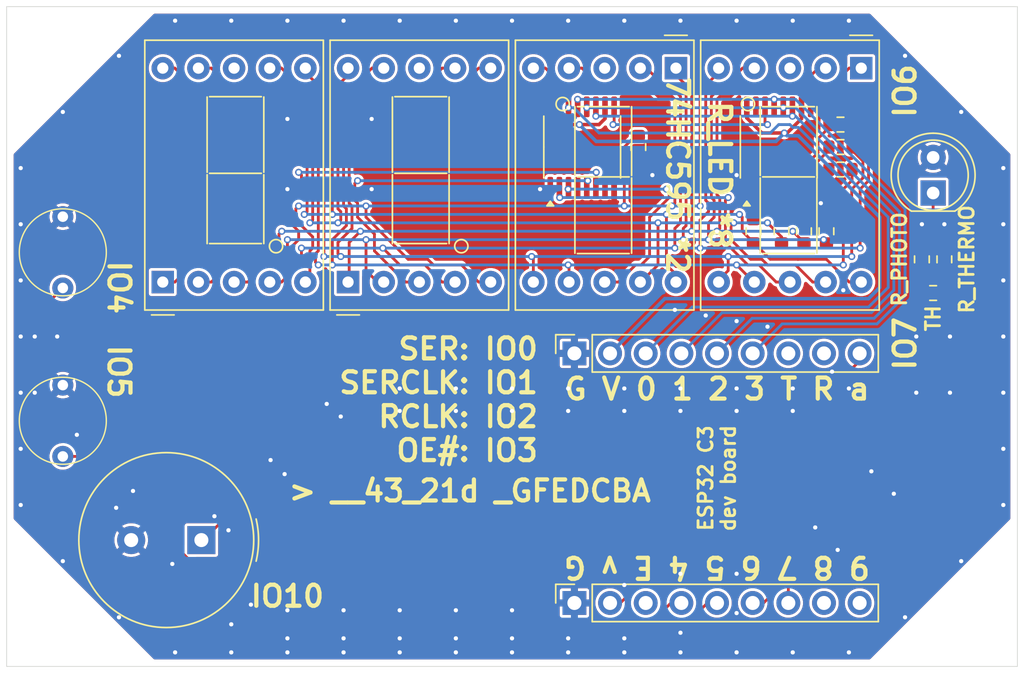
<source format=kicad_pcb>
(kicad_pcb (version 20241229) (generator "pcbnew") (generator_version "9.0")
  (layers (0 "F.Cu" signal) (2 "B.Cu" signal) (13 "F.Paste" user) (15 "B.Paste" user) (5 "F.SilkS" user "F.Silkscreen") (7 "B.SilkS" user "B.Silkscreen") (1 "F.Mask" user) (3 "B.Mask" user) (25 "Edge.Cuts" user))
  (net 0 "")
  (net 1 "IO10")
  (net 2 "GND")
  (net 3 "TXD")
  (net 4 "IO0")
  (net 5 "IO1")
  (net 6 "RXD")
  (net 7 "IO2")
  (net 8 "VBUS")
  (net 9 "IO3")
  (net 10 "+3.3V")
  (net 11 "BTN2")
  (net 12 "IO6")
  (net 13 "BTN1")
  (net 14 "IO7")
  (net 15 "SEG1")
  (net 16 "/_SEG1")
  (net 17 "SEG2")
  (net 18 "/_SEG2")
  (net 19 "SEG3")
  (net 20 "/_SEG3")
  (net 21 "/_SEG4")
  (net 22 "SEG4")
  (net 23 "SEG5")
  (net 24 "/_SEG5")
  (net 25 "/_SEG6")
  (net 26 "SEG6")
  (net 27 "/_SEG7")
  (net 28 "SEG7")
  (net 29 "SEG8")
  (net 30 "/_SEG8")
  (net 31 "SEGC1")
  (net 34 "chain")
  (net 37 "SEGC4")
  (net 39 "SEGC3")
  (net 40 "SEGC2")
  (footprint "Resistor_SMD:R_0603_1608Metric" (layer "F.Cu") (at 130 108.4)
    (property "Reference" "TH1" (hide yes))
    (property "Value" "Thermistor" (hide yes))
  )
  (footprint "Buzzer_Beeper:Buzzer_TDK_PS1240P02BT_D12.2mm_H6.5mm" (layer "F.Cu") (at 77.870785 126 180)
    (property "Reference" "BZ1" (hide yes))
    (property "Value" "Buzzer" (hide yes))
  )
  (footprint "Resistor_SMD:R_0603_1608Metric" (layer "F.Cu") (at 120.8 104 -90)
    (property "Reference" "R5" (hide yes))
    (property "Value" "1k" (hide yes))
  )
  (footprint "MountingHole:MountingHole_3.2mm_M3" (layer "F.Cu") (at 67 91)
    (property "Reference" "H1" (hide yes))
    (property "Value" "MountingHole" (hide yes))
  )
  (footprint "Display_7Segment:D1X8K" (layer "F.Cu") (at 111.68 92.38 -90)
    (property "Reference" "U5" (hide yes))
    (property "Value" "D168K" (hide yes))
  )
  (footprint "Package_SO:TSSOP-16_4.4x5mm_P0.65mm" (layer "F.Cu") (at 105 98 90)
    (property "Reference" "U3" (hide yes))
    (property "Value" "74HC595" (hide yes))
  )
  (footprint "Display_7Segment:D1X8K" (layer "F.Cu") (at 88.32 107.62 90)
    (property "Reference" "U4" (hide yes))
    (property "Value" "D168K" (hide yes))
  )
  (footprint "Display_7Segment:D1X8K" (layer "F.Cu") (at 75.12 107.62 90)
    (property "Reference" "U1" (hide yes))
    (property "Value" "D168K" (hide yes))
  )
  (footprint "MountingHole:MountingHole_3.2mm_M3" (layer "F.Cu") (at 133 132)
    (property "Reference" "H4" (hide yes))
    (property "Value" "MountingHole" (hide yes))
  )
  (footprint "Resistor_SMD:R_0603_1608Metric" (layer "F.Cu") (at 122.4 104 -90)
    (property "Reference" "R4" (hide yes))
    (property "Value" "1k" (hide yes))
  )
  (footprint "Connector_PinSocket_2.54mm:PinSocket_1x09_P2.54mm_Vertical" (layer "F.Cu") (at 104.445 112.7 90)
    (property "Reference" "J2" (hide yes))
    (property "Value" "IN2" (hide yes))
  )
  (footprint "Connector_PinSocket_2.54mm:PinSocket_1x09_P2.54mm_Vertical" (layer "F.Cu") (at 104.445 130.48 90)
    (property "Reference" "J1" (hide yes))
    (property "Value" "IN1" (hide yes))
  )
  (footprint "Resistor_SMD:R_0603_1608Metric" (layer "F.Cu") (at 130.8 106 -90)
    (property "Reference" "R10" (hide yes))
    (property "Value" "R_THERMO" (hide yes))
  )
  (footprint "Resistor_SMD:R_0603_1608Metric" (layer "F.Cu") (at 109 98 -90)
    (property "Reference" "R8" (hide yes))
    (property "Value" "1k" (hide yes))
  )
  (footprint "Resistor_SMD:R_0603_1608Metric" (layer "F.Cu") (at 117.2 104 -90)
    (property "Reference" "R7" (hide yes))
    (property "Value" "1k" (hide yes))
  )
  (footprint "Resistor_SMD:R_0603_1608Metric" (layer "F.Cu") (at 119.2 104 -90)
    (property "Reference" "R6" (hide yes))
    (property "Value" "1k" (hide yes))
  )
  (footprint "Library:alps-skrg" (layer "F.Cu") (at 68 105.5 90)
    (property "Reference" "SW1" (hide yes))
    (property "Value" "SW_Push" (hide yes))
  )
  (footprint "MountingHole:MountingHole_3.2mm_M3" (layer "F.Cu") (at 67 132)
    (property "Reference" "H3" (hide yes))
    (property "Value" "MountingHole" (hide yes))
  )
  (footprint "Display_7Segment:D1X8K" (layer "F.Cu") (at 124.88 92.38 -90)
    (property "Reference" "U6" (hide yes))
    (property "Value" "D168K" (hide yes))
  )
  (footprint "Resistor_SMD:R_0603_1608Metric" (layer "F.Cu") (at 123.4 99.6)
    (property "Reference" "R1" (hide yes))
    (property "Value" "1k" (hide yes))
  )
  (footprint "Library:alps-skrg" (layer "F.Cu") (at 68 117.5 90)
    (property "Reference" "SW2" (hide yes))
    (property "Value" "SW_Push" (hide yes))
  )
  (footprint "MountingHole:MountingHole_3.2mm_M3" (layer "F.Cu") (at 133 91)
    (property "Reference" "H2" (hide yes))
    (property "Value" "MountingHole" (hide yes))
  )
  (footprint "Resistor_SMD:R_0603_1608Metric" (layer "F.Cu") (at 123.4 98)
    (property "Reference" "R2" (hide yes))
    (property "Value" "1k" (hide yes))
  )
  (footprint "LED_THT:LED_D5.0mm_Clear" (layer "F.Cu") (at 130 101.275 90)
    (property "Reference" "Q1" (hide yes))
    (property "Value" "BPW40" (hide yes))
  )
  (footprint "Resistor_SMD:R_0603_1608Metric" (layer "F.Cu") (at 123.4 96.4)
    (property "Reference" "R3" (hide yes))
    (property "Value" "1k" (hide yes))
  )
  (footprint "Resistor_SMD:R_0603_1608Metric" (layer "F.Cu") (at 129.2 106 -90)
    (property "Reference" "R9" (hide yes))
    (property "Value" "R_PT" (hide yes))
  )
  (footprint "Package_SO:TSSOP-16_4.4x5mm_P0.65mm" (layer "F.Cu") (at 119 98 90)
    (property "Reference" "U2" (hide yes))
    (property "Value" "74HC595" (hide yes))
  )
  (footprint "Library:PCB.MCBEERINGI.DEV" (layer "B.Cu") (at 92 118 180)
    (property "Reference" "")
    (property "Value" "")
  )
  (footprint "LOGO" (layer "B.Cu") (at 78 118 180)
    (property "Reference" "G***" (hide yes))
    (property "Value" "LOGO" (hide yes))
  )
  (gr_line (start 64 135) (end 64 88) (stroke (width 0.05)) (layer "Edge.Cuts"))
  (gr_line (start 64 88) (end 136 88) (stroke (width 0.05)) (layer "Edge.Cuts"))
  (gr_line (start 136 88) (end 136 135) (stroke (width 0.05)) (layer "Edge.Cuts"))
  (gr_line (start 136 135) (end 64 135) (stroke (width 0.05)) (layer "Edge.Cuts"))
  (gr_text "IO6" (at 128 94 90) (layer "F.SilkS") (effects (font (size 1.5 1.5) (thickness 0.3) (bold yes))))
  (gr_text "IO7" (at 128 112 90) (layer "F.SilkS") (effects (font (size 1.5 1.5) (thickness 0.3) (bold yes))))
  (gr_text "R_LED *8" (at 114.8 100 270) (layer "F.SilkS") (effects (font (size 1.5 1.5) (thickness 0.3) (bold yes))))
  (gr_text "SER: IO0\nSERCLK: IO1\nRCLK: IO2\nOE#: IO3" (at 102 116 0) (layer "F.SilkS") (effects (font (size 1.5 1.5) (thickness 0.3) (bold yes)) (justify right)))
  (gr_text "R_THERMO" (at 132.4 106 90) (layer "F.SilkS") (effects (font (size 1 1) (thickness 0.2) (bold yes))))
  (gr_text "IO4" (at 72 108 270) (layer "F.SilkS") (effects (font (size 1.5 1.5) (thickness 0.3) (bold yes))))
  (gr_text "TH" (at 130 110.2 90) (layer "F.SilkS") (effects (font (size 1 1) (thickness 0.2) (bold yes))))
  (gr_text "> __43_21d _GFEDCBA" (at 97 122.5 0) (layer "F.SilkS") (effects (font (size 1.5 1.5) (thickness 0.3) (bold yes))))
  (gr_text "R_PHOTO" (at 127.6 106 90) (layer "F.SilkS") (effects (font (size 1 1) (thickness 0.2) (bold yes))))
  (gr_text "G V 0 1 2 3 T R a" (at 114.605 115.24 0) (layer "F.SilkS") (effects (font (size 1.5 1.5) (thickness 0.3) (bold yes))))
  (gr_text "9 8 7 6 5 4 E v G" (at 114.605 127.94 180) (layer "F.SilkS") (effects (font (size 1.5 1.5) (thickness 0.3) (bold yes))))
  (gr_text "ESP32 C3\ndev board" (at 114.605 121.59 90) (layer "F.SilkS") (effects (font (size 1 1) (thickness 0.2) (bold yes))))
  (gr_text "IO10" (at 84 130 0) (layer "F.SilkS") (effects (font (size 1.5 1.5) (thickness 0.3) (bold yes))))
  (gr_text "IO5" (at 72 114 270) (layer "F.SilkS") (effects (font (size 1.5 1.5) (thickness 0.3) (bold yes))))
  (gr_text "74HC595 *2" (at 111.8 100 270) (layer "F.SilkS") (effects (font (size 1.5 1.5) (thickness 0.3) (bold yes))))
  (segment (start 88 116) (end 78 126) (width 0.2) (layer "F.Cu") (net 1))
  (segment (start 122 116) (end 88 116) (width 0.2) (layer "F.Cu") (net 1))
  (segment (start 124.765 112.7) (end 124.765 113.235) (width 0.2) (layer "F.Cu") (net 1))
  (segment (start 78 126) (end 77.870785 126) (width 0.2) (layer "F.Cu") (net 1))
  (segment (start 124.765 113.235) (end 122 116) (width 0.2) (layer "F.Cu") (net 1))
  (via (at 116 131.2) (size 0.5) (drill 0.3) (layers "F.Cu" "B.Cu") (net 2))
  (via (at 92 115.2) (size 0.5) (drill 0.3) (layers "F.Cu" "B.Cu") (net 2))
  (via (at 129.2 103.5) (size 0.5) (drill 0.3) (layers "F.Cu" "B.Cu") (net 2))
  (via (at 92 134) (size 0.5) (drill 0.3) (layers "F.Cu" "B.Cu") (net 2))
  (via (at 116 100) (size 0.5) (drill 0.3) (layers "F.Cu" "B.Cu") (net 2))
  (via (at 67.6 111.5) (size 0.5) (drill 0.3) (layers "F.Cu" "B.Cu") (net 2))
  (via (at 120 134) (size 0.5) (drill 0.3) (layers "F.Cu" "B.Cu") (net 2))
  (via (at 100 115.2) (size 0.5) (drill 0.3) (layers "F.Cu" "B.Cu") (net 2))
  (via (at 65 103.5) (size 0.5) (drill 0.3) (layers "F.Cu" "B.Cu") (net 2))
  (via (at 111.6 109.6) (size 0.5) (drill 0.3) (layers "F.Cu" "B.Cu") (net 2))
  (via (at 90 96) (size 0.5) (drill 0.3) (layers "F.Cu" "B.Cu") (net 2))
  (via (at 135 119.5) (size 0.5) (drill 0.3) (layers "F.Cu" "B.Cu") (net 2))
  (via (at 122.8 114) (size 0.5) (drill 0.3) (layers "F.Cu" "B.Cu") (net 2))
  (via (at 79.8 125.3) (size 0.5) (drill 0.3) (layers "F.Cu" "B.Cu") (net 2))
  (via (at 112 134) (size 0.5) (drill 0.3) (layers "F.Cu" "B.Cu") (net 2))
  (via (at 84 101) (size 0.5) (drill 0.3) (layers "F.Cu" "B.Cu") (net 2))
  (via (at 135 111.5) (size 0.5) (drill 0.3) (layers "F.Cu" "B.Cu") (net 2))
  (via (at 124 115.2) (size 0.5) (drill 0.3) (layers "F.Cu" "B.Cu") (net 2))
  (via (at 104 133) (size 0.5) (drill 0.3) (layers "F.Cu" "B.Cu") (net 2))
  (via (at 128 91.5) (size 0.5) (drill 0.3) (layers "F.Cu" "B.Cu") (net 2))
  (via (at 108 134) (size 0.5) (drill 0.3) (layers "F.Cu" "B.Cu") (net 2))
  (via (at 100 89) (size 0.5) (drill 0.3) (layers "F.Cu" "B.Cu") (net 2))
  (via (at 76 89) (size 0.5) (drill 0.3) (layers "F.Cu" "B.Cu") (net 2))
  (via (at 135 103.5) (size 0.5) (drill 0.3) (layers "F.Cu" "B.Cu") (net 2))
  (via (at 135 107.5) (size 0.5) (drill 0.3) (layers "F.Cu" "B.Cu") (net 2))
  (via (at 131.2 115.5) (size 0.5) (drill 0.3) (layers "F.Cu" "B.Cu") (net 2))
  (via (at 100 133) (size 0.5) (drill 0.3) (layers "F.Cu" "B.Cu") (net 2))
  (via (at 88 89) (size 0.5) (drill 0.3) (layers "F.Cu" "B.Cu") (net 2))
  (via (at 112 116.8) (size 0.5) (drill 0.3) (layers "F.Cu" "B.Cu") (net 2))
  (via (at 68 95.5) (size 0.5) (drill 0.3) (layers "F.Cu" "B.Cu") (net 2))
  (via (at 66 111.5) (size 0.5) (drill 0.3) (layers "F.Cu" "B.Cu") (net 2))
  (via (at 108 116.8) (size 0.5) (drill 0.3) (layers "F.Cu" "B.Cu") (net 2))
  (via (at 112 128.4) (size 0.5) (drill 0.3) (layers "F.Cu" "B.Cu") (net 2))
  (via (at 102 101) (size 0.5) (drill 0.3) (layers "F.Cu" "B.Cu") (net 2))
  (via (at 65 119.5) (size 0.5) (drill 0.3) (layers "F.Cu" "B.Cu") (net 2))
  (via (at 71.8 123.7) (size 0.5) (drill 0.3) (layers "F.Cu" "B.Cu") (net 2))
  (via (at 92 133) (size 0.5) (drill 0.3) (layers "F.Cu" "B.Cu") (net 2))
  (via (at 76 134) (size 0.5) (drill 0.3) (layers "F.Cu" "B.Cu") (net 2))
  (via (at 135 123.5) (size 0.5) (drill 0.3) (layers "F.Cu" "B.Cu") (net 2))
  (via (at 72 131.5) (size 0.5) (drill 0.3) (layers "F.Cu" "B.Cu") (net 2))
  (via (at 88 131) (size 0.5) (drill 0.3) (layers "F.Cu" "B.Cu") (net 2))
  (via (at 110 100) (size 0.5) (drill 0.3) (layers "F.Cu" "B.Cu") (net 2))
  (via (at 112 132.6) (size 0.5) (drill 0.3) (layers "F.Cu" "B.Cu") (net 2))
  (via (at 96 131) (size 0.5) (drill 0.3) (layers "F.Cu" "B.Cu") (net 2))
  (via (at 80 89) (size 0.5) (drill 0.3) (layers "F.Cu" "B.Cu") (net 2))
  (via (at 124 89) (size 0.5) (drill 0.3) (layers "F.Cu" "B.Cu") (net 2))
  (via (at 118.2 110.8) (size 0.5) (drill 0.3) (layers "F.Cu" "B.Cu") (net 2))
  (via (at 108 89) (size 0.5) (drill 0.3) (layers "F.Cu" "B.Cu") (net 2))
  (via (at 128.8 111.5) (size 0.5) (drill 0.3) (layers "F.Cu" "B.Cu") (net 2))
  (via (at 96 116.8) (size 0.5) (drill 0.3) (layers "F.Cu" "B.Cu") (net 2))
  (via (at 116 116.8) (size 0.5) (drill 0.3) (layers "F.Cu" "B.Cu") (net 2))
  (via (at 125.6 121.1) (size 0.5) (drill 0.3) (layers "F.Cu" "B.Cu") (net 2))
  (via (at 84 134) (size 0.5) (drill 0.3) (layers "F.Cu" "B.Cu") (net 2))
  (via (at 121.6 125.1) (size 0.5) (drill 0.3) (layers "F.Cu" "B.Cu") (net 2))
  (via (at 123.6 108.2) (size 0.5) (drill 0.3) (layers "F.Cu" "B.Cu") (net 2))
  (via (at 116 134) (size 0.5) (drill 0.3) (layers "F.Cu" "B.Cu") (net 2))
  (via (at 87.8 117.2) (size 0.5) (drill 0.3) (layers "F.Cu" "B.Cu") (net 2))
  (via (at 96 115.2) (size 0.5) (drill 0.3) (layers "F.Cu" "B.Cu") (net 2))
  (via (at 112 89) (size 0.5) (drill 0.3) (layers "F.Cu" "B.Cu") (net 2))
  (via (at 131.2 111.5) (size 0.5) (drill 0.3) (layers "F.Cu" "B.Cu") (net 2))
  (via (at 96 134) (size 0.5) (drill 0.3) (layers "F.Cu" "B.Cu") (net 2))
  (via (at 65 111.5) (size 0.5) (drill 0.3) (layers "F.Cu" "B.Cu") (net 2))
  (via (at 78.8 124.3) (size 0.5) (drill 0.3) (layers "F.Cu" "B.Cu") (net 2))
  (via (at 100 134) (size 0.5) (drill 0.3) (layers "F.Cu" "B.Cu") (net 2))
  (via (at 65 107.5) (size 0.5) (drill 0.3) (layers "F.Cu" "B.Cu") (net 2))
  (via (at 132 95.5) (size 0.5) (drill 0.3) (layers "F.Cu" "B.Cu") (net 2))
  (via (at 92 131) (size 0.5) (drill 0.3) (layers "F.Cu" "B.Cu") (net 2))
  (via (at 108 133) (size 0.5) (drill 0.3) (layers "F.Cu" "B.Cu") (net 2))
  (via (at 116 89) (size 0.5) (drill 0.3) (layers "F.Cu" "B.Cu") (net 2))
  (via (at 104 89) (size 0.5) (drill 0.3) (layers "F.Cu" "B.Cu") (net 2))
  (via (at 124 134) (size 0.5) (drill 0.3) (layers "F.Cu" "B.Cu") (net 2))
  (via (at 96 133) (size 0.5) (drill 0.3) (layers "F.Cu" "B.Cu") (net 2))
  (via (at 135 99.5) (size 0.5) (drill 0.3) (layers "F.Cu" "B.Cu") (net 2))
  (via (at 128.8 115.5) (size 0.5) (drill 0.3) (layers "F.Cu" "B.Cu") (net 2))
  (via (at 88 133) (size 0.5) (drill 0.3) (layers "F.Cu" "B.Cu") (net 2))
  (via (at 84 133) (size 0.5) (drill 0.3) (layers "F.Cu" "B.Cu") (net 2))
  (via (at 80 134) (size 0.5) (drill 0.3) (layers "F.Cu" "B.Cu") (net 2))
  (via (at 130.8 103.5) (size 0.5) (drill 0.3) (layers "F.Cu" "B.Cu") (net 2))
  (via (at 112 115.2) (size 0.5) (drill 0.3) (layers "F.Cu" "B.Cu") (net 2))
  (via (at 116 110.4) (size 0.5) (drill 0.3) (layers "F.Cu" "B.Cu") (net 2))
  (via (at 120 89) (size 0.5) (drill 0.3) (layers "F.Cu" "B.Cu") (net 2))
  (via (at 100 116.8) (size 0.5) (drill 0.3) (layers "F.Cu" "B.Cu") (net 2))
  (via (at 123.2 126.7) (size 0.5) (drill 0.3) (layers "F.Cu" "B.Cu") (net 2))
  (via (at 84 89) (size 0.5) (drill 0.3) (layers "F.Cu" "B.Cu") (net 2))
  (via (at 135 115.5) (size 0.5) (drill 0.3) (layers "F.Cu" "B.Cu") (net 2))
  (via (at 88 134) (size 0.5) (drill 0.3) (layers "F.Cu" "B.Cu") (net 2))
  (via (at 86.8 116.3) (size 0.5) (drill 0.3) (layers "F.Cu" "B.Cu") (net 2))
  (via (at 122 102) (size 0.5) (drill 0.3) (layers "F.Cu" "B.Cu") (net 2))
  (via (at 82.8 120.3) (size 0.5) (drill 0.3) (layers "F.Cu" "B.Cu") (net 2))
  (via (at 108 129.2) (size 0.5) (drill 0.3) (layers "F.Cu" "B.Cu") (net 2))
  (via (at 83.8 121.3) (size 0.5) (drill 0.3) (layers "F.Cu" "B.Cu") (net 2))
  (via (at 65 123.5) (size 0.5) (drill 0.3) (layers "F.Cu" "B.Cu") (net 2))
  (via (at 81.4 130.6) (size 0.5) (drill 0.3) (layers "F.Cu" "B.Cu") (net 2))
  (via (at 72 91.5) (size 0.5) (drill 0.3) (layers "F.Cu" "B.Cu") (net 2))
  (via (at 100 131) (size 0.5) (drill 0.3) (layers "F.Cu" "B.Cu") (net 2))
  (via (at 104 115.2) (size 0.5) (drill 0.3) (layers "F.Cu" "B.Cu") (net 2))
  (via (at 84 96) (size 0.5) (drill 0.3) (layers "F.Cu" "B.Cu") (net 2))
  (via (at 104 134) (size 0.5) (drill 0.3) (layers "F.Cu" "B.Cu") (net 2))
  (via (at 116 115.2) (size 0.5) (drill 0.3) (layers "F.Cu" "B.Cu") (net 2))
  (via (at 96 89) (size 0.5) (drill 0.3) (layers "F.Cu" "B.Cu") (net 2))
  (via (at 132 127.5) (size 0.5) (drill 0.3) (layers "F.Cu" "B.Cu") (net 2))
  (via (at 65 115.5) (size 0.5) (drill 0.3) (layers "F.Cu" "B.Cu") (net 2))
  (via (at 116 128.4) (size 0.5) (drill 0.3) (layers "F.Cu" "B.Cu") (net 2))
  (via (at 75.8 127.7) (size 0.5) (drill 0.3) (layers "F.Cu" "B.Cu") (net 2))
  (via (at 120 115.2) (size 0.5) (drill 0.3) (layers "F.Cu" "B.Cu") (net 2))
  (via (at 127.2 122.7) (size 0.5) (drill 0.3) (layers "F.Cu" "B.Cu") (net 2))
  (via (at 66 115.5) (size 0.5) (drill 0.3) (layers "F.Cu" "B.Cu") (net 2))
  (via (at 128 131.5) (size 0.5) (drill 0.3) (layers "F.Cu" "B.Cu") (net 2))
  (via (at 65 99.5) (size 0.5) (drill 0.3) (layers "F.Cu" "B.Cu") (net 2))
  (via (at 90 101) (size 0.5) (drill 0.3) (layers "F.Cu" "B.Cu") (net 2))
  (via (at 92 116.8) (size 0.5) (drill 0.3) (layers "F.Cu" "B.Cu") (net 2))
  (via (at 73 122.5) (size 0.5) (drill 0.3) (layers "F.Cu" "B.Cu") (net 2))
  (via (at 80 132) (size 0.5) (drill 0.3) (layers "F.Cu" "B.Cu") (net 2))
  (via (at 92 89) (size 0.5) (drill 0.3) (layers "F.Cu" "B.Cu") (net 2))
  (via (at 120 116.8) (size 0.5) (drill 0.3) (layers "F.Cu" "B.Cu") (net 2))
  (via (at 84 131) (size 0.5) (drill 0.3) (layers "F.Cu" "B.Cu") (net 2))
  (via (at 69 118.5) (size 0.5) (drill 0.3) (layers "F.Cu" "B.Cu") (net 2))
  (via (at 104 116.8) (size 0.5) (drill 0.3) (layers "F.Cu" "B.Cu") (net 2))
  (via (at 68 127.5) (size 0.5) (drill 0.3) (layers "F.Cu" "B.Cu") (net 2))
  (via (at 113.8 110) (size 0.5) (drill 0.3) (layers "F.Cu" "B.Cu") (net 2))
  (via (at 108 115.2) (size 0.5) (drill 0.3) (layers "F.Cu" "B.Cu") (net 2))
  (via (at 104.025 95.2) (size 0.5) (drill 0.3) (layers "F.Cu" "B.Cu") (net 4))
  (segment (start 120.4 96.6) (end 120 96.6) (width 0.2) (layer "B.Cu") (net 4))
  (segment (start 119 96.4) (end 118.4 97) (width 0.2) (layer "B.Cu") (net 4))
  (segment (start 126.8 103) (end 120.4 96.6) (width 0.2) (layer "B.Cu") (net 4))
  (segment (start 119.8 96.4) (end 119 96.4) (width 0.2) (layer "B.Cu") (net 4))
  (segment (start 125.576454 109.226) (end 126.626 108.176455) (width 0.2) (layer "B.Cu") (net 4))
  (segment (start 106.2 97) (end 104.4 95.2) (width 0.2) (layer "B.Cu") (net 4))
  (segment (start 104.4 95.2) (end 104.025 95.2) (width 0.2) (layer "B.Cu") (net 4))
  (segment (start 126.626 108.174) (end 126.8 108) (width 0.2) (layer "B.Cu") (net 4))
  (segment (start 125.4 109.4) (end 125.574 109.226) (width 0.2) (layer "B.Cu") (net 4))
  (segment (start 126.626 108.176455) (end 126.626 108.174) (width 0.2) (layer "B.Cu") (net 4))
  (segment (start 118.4 97) (end 106.2 97) (width 0.2) (layer "B.Cu") (net 4))
  (segment (start 109.525 112.7) (end 112.825 109.4) (width 0.2) (layer "B.Cu") (net 4))
  (segment (start 120 96.6) (end 119.8 96.4) (width 0.2) (layer "B.Cu") (net 4))
  (segment (start 126.8 108) (end 126.8 103) (width 0.2) (layer "B.Cu") (net 4))
  (segment (start 125.574 109.226) (end 125.576454 109.226) (width 0.2) (layer "B.Cu") (net 4))
  (segment (start 112.825 109.4) (end 125.4 109.4) (width 0.2) (layer "B.Cu") (net 4))
  (via (at 119.975 95.8) (size 0.5) (drill 0.3) (layers "F.Cu" "B.Cu") (net 5))
  (via (at 105.975 95.8) (size 0.5) (drill 0.3) (layers "F.Cu" "B.Cu") (net 5))
  (segment (start 120.2 95.8) (end 119.975 95.8) (width 0.2) (layer "B.Cu") (net 5))
  (segment (start 105.975 95.8) (end 119.975 95.8) (width 0.2) (layer "B.Cu") (net 5))
  (segment (start 127.2 108.2) (end 127.2 102.8) (width 0.2) (layer "B.Cu") (net 5))
  (segment (start 127.2 102.8) (end 120.2 95.8) (width 0.2) (layer "B.Cu") (net 5))
  (segment (start 125.6 109.8) (end 127.2 108.2) (width 0.2) (layer "B.Cu") (net 5))
  (segment (start 112.065 112.7) (end 114.965 109.8) (width 0.2) (layer "B.Cu") (net 5))
  (segment (start 114.965 109.8) (end 125.6 109.8) (width 0.2) (layer "B.Cu") (net 5))
  (segment (start 119.325 95.2) (end 119.325 95.1375) (width 0.2) (layer "F.Cu") (net 7))
  (via (at 105.325 95.2) (size 0.5) (drill 0.3) (layers "F.Cu" "B.Cu") (net 7))
  (via (at 119.325 95.2) (size 0.5) (drill 0.3) (layers "F.Cu" "B.Cu") (net 7))
  (segment (start 105.325 95.2) (end 119.325 95.2) (width 0.2) (layer "B.Cu") (net 7))
  (segment (start 125.8 110.2) (end 127.6 108.4) (width 0.2) (layer "B.Cu") (net 7))
  (segment (start 127.6 108.4) (end 127.6 102.6) (width 0.2) (layer "B.Cu") (net 7))
  (segment (start 114.605 112.7) (end 117.105 110.2) (width 0.2) (layer "B.Cu") (net 7))
  (segment (start 127.6 102.6) (end 120.2 95.2) (width 0.2) (layer "B.Cu") (net 7))
  (segment (start 117.105 110.2) (end 125.8 110.2) (width 0.2) (layer "B.Cu") (net 7))
  (segment (start 120.2 95.2) (end 119.325 95.2) (width 0.2) (layer "B.Cu") (net 7))
  (segment (start 120.625 95.975) (end 120.625 95.1375) (width 0.25) (layer "F.Cu") (net 8))
  (segment (start 104.8 96.4) (end 103.2 96.4) (width 0.25) (layer "F.Cu") (net 8))
  (segment (start 103.2 96.4) (end 102.725 95.925) (width 0.25) (layer "F.Cu") (net 8))
  (segment (start 117.8 97) (end 116.725 95.925) (width 0.25) (layer "F.Cu") (net 8))
  (segment (start 119.4 97) (end 117.8 97) (width 0.25) (layer "F.Cu") (net 8))
  (segment (start 106.625 95.975) (end 106.2 96.4) (width 0.25) (layer "F.Cu") (net 8))
  (segment (start 116.725 95.925) (end 116.725 95.1375) (width 0.25) (layer "F.Cu") (net 8))
  (segment (start 102.725 95.925) (end 102.725 95.1375) (width 0.25) (layer "F.Cu") (net 8))
  (segment (start 119.4 97) (end 119.6 97) (width 0.25) (layer "F.Cu") (net 8))
  (segment (start 119.6 97) (end 120.625 95.975) (width 0.25) (layer "F.Cu") (net 8))
  (segment (start 106.625 95.1375) (end 106.625 95.975) (width 0.25) (layer "F.Cu") (net 8))
  (segment (start 106.2 96.4) (end 104.8 96.4) (width 0.25) (layer "F.Cu") (net 8))
  (via (at 104.8 96.4) (size 0.5) (drill 0.3) (layers "F.Cu" "B.Cu") (net 8))
  (via (at 119.4 97) (size 0.5) (drill 0.3) (layers "F.Cu" "B.Cu") (net 8))
  (segment (start 106 97.6) (end 118.8 97.6) (width 0.25) (layer "B.Cu") (net 8))
  (segment (start 126.2 103.002454) (end 120.397546 97.2) (width 0.25) (layer "B.Cu") (net 8))
  (segment (start 126.2 108) (end 126.2 103.002454) (width 0.25) (layer "B.Cu") (net 8))
  (segment (start 110.885 108.8) (end 125.4 108.8) (width 0.25) (layer "B.Cu") (net 8))
  (segment (start 118.8 97.6) (end 119.4 97) (width 0.25) (layer "B.Cu") (net 8))
  (segment (start 120.397546 97.2) (end 119.6 97.2) (width 0.25) (layer "B.Cu") (net 8))
  (segment (start 119.6 97.2) (end 119.4 97) (width 0.25) (layer "B.Cu") (net 8))
  (segment (start 125.4 108.8) (end 126.2 108) (width 0.25) (layer "B.Cu") (net 8))
  (segment (start 106.985 112.7) (end 110.885 108.8) (width 0.25) (layer "B.Cu") (net 8))
  (segment (start 104.8 96.4) (end 106 97.6) (width 0.25) (layer "B.Cu") (net 8))
  (via (at 118.675 94.6) (size 0.5) (drill 0.3) (layers "F.Cu" "B.Cu") (net 9))
  (via (at 104.675 94.6) (size 0.5) (drill 0.3) (layers "F.Cu" "B.Cu") (net 9))
  (segment (start 119.245 110.6) (end 126 110.6) (width 0.2) (layer "B.Cu") (net 9))
  (segment (start 126 110.6) (end 128 108.6) (width 0.2) (layer "B.Cu") (net 9))
  (segment (start 120.2 94.6) (end 118.675 94.6) (width 0.2) (layer "B.Cu") (net 9))
  (segment (start 117.145 112.7) (end 119.245 110.6) (width 0.2) (layer "B.Cu") (net 9))
  (segment (start 128 102.4) (end 120.2 94.6) (width 0.2) (layer "B.Cu") (net 9))
  (segment (start 128 108.6) (end 128 102.4) (width 0.2) (layer "B.Cu") (net 9))
  (segment (start 104.675 94.6) (end 118.675 94.6) (width 0.2) (layer "B.Cu") (net 9))
  (segment (start 106.985 130.48) (end 107.72 130.48) (width 0.2) (layer "F.Cu") (net 10))
  (segment (start 129.225 106.825) (end 129.6 107.2) (width 0.2) (layer "F.Cu") (net 10))
  (segment (start 107.72 130.48) (end 109 129.2) (width 0.2) (layer "F.Cu") (net 10))
  (segment (start 129.6 107.2) (end 129.6 108) (width 0.2) (layer "F.Cu") (net 10))
  (segment (start 129.6 118.2) (end 129.6 108.8) (width 0.2) (layer "F.Cu") (net 10))
  (segment (start 109 129.2) (end 118.6 129.2) (width 0.2) (layer "F.Cu") (net 10))
  (segment (start 129.6 108.8) (end 129.2 108.4) (width 0.2) (layer "F.Cu") (net 10))
  (segment (start 129.175 108.4) (end 129.2 108.4) (width 0.2) (layer "F.Cu") (net 10))
  (segment (start 129.2 106.825) (end 129.225 106.825) (width 0.2) (layer "F.Cu") (net 10))
  (segment (start 118.6 129.2) (end 129.6 118.2) (width 0.2) (layer "F.Cu") (net 10))
  (segment (start 129.6 108) (end 129.2 108.4) (width 0.2) (layer "F.Cu") (net 10))
  (segment (start 81.2 132.2) (end 69.04 120.04) (width 0.2) (layer "F.Cu") (net 11))
  (segment (start 69.04 120.04) (end 68 120.04) (width 0.2) (layer "F.Cu") (net 11))
  (segment (start 110.2 132.2) (end 81.2 132.2) (width 0.2) (layer "F.Cu") (net 11))
  (segment (start 114.605 130.48) (end 113.92 130.48) (width 0.2) (layer "F.Cu") (net 11))
  (segment (start 113.92 130.48) (end 112.6 131.8) (width 0.2) (layer "F.Cu") (net 11))
  (segment (start 112.6 131.8) (end 110.6 131.8) (width 0.2) (layer "F.Cu") (net 11))
  (segment (start 110.6 131.8) (end 110.2 132.2) (width 0.2) (layer "F.Cu") (net 11))
  (segment (start 130 106) (end 129.2 105.2) (width 0.2) (layer "F.Cu") (net 12))
  (segment (start 130 104.4) (end 130 101.275) (width 0.2) (layer "F.Cu") (net 12))
  (segment (start 130 118.4) (end 130 106) (width 0.2) (layer "F.Cu") (net 12))
  (segment (start 129.2 105.175) (end 129.225 105.175) (width 0.2) (layer "F.Cu") (net 12))
  (segment (start 117.92 130.48) (end 130 118.4) (width 0.2) (layer "F.Cu") (net 12))
  (segment (start 129.225 105.175) (end 130 104.4) (width 0.2) (layer "F.Cu") (net 12))
  (segment (start 129.2 105.2) (end 129.2 105.175) (width 0.2) (layer "F.Cu") (net 12))
  (segment (start 117.145 130.48) (end 117.92 130.48) (width 0.2) (layer "F.Cu") (net 12))
  (segment (start 66.8 109.24) (end 68 108.04) (width 0.2) (layer "F.Cu") (net 13))
  (segment (start 66.8 117.2) (end 66.8 109.24) (width 0.2) (layer "F.Cu") (net 13))
  (segment (start 112.065 130.48) (end 111.32 130.48) (width 0.2) (layer "F.Cu") (net 13))
  (segment (start 81.4 131.8) (end 66.8 117.2) (width 0.2) (layer "F.Cu") (net 13))
  (segment (start 110 131.8) (end 81.4 131.8) (width 0.2) (layer "F.Cu") (net 13))
  (segment (start 111.32 130.48) (end 110 131.8) (width 0.2) (layer "F.Cu") (net 13))
  (segment (start 119.685 129.315) (end 119.685 130.48) (width 0.2) (layer "F.Cu") (net 14))
  (segment (start 130.775 106.825) (end 130.4 107.2) (width 0.2) (layer "F.Cu") (net 14))
  (segment (start 130.8 108.4) (end 130.825 108.4) (width 0.2) (layer "F.Cu") (net 14))
  (segment (start 130.8 108.4) (end 130.4 108.8) (width 0.2) (layer "F.Cu") (net 14))
  (segment (start 130.4 118.6) (end 119.685 129.315) (width 0.2) (layer "F.Cu") (net 14))
  (segment (start 130.8 106.825) (end 130.775 106.825) (width 0.2) (layer "F.Cu") (net 14))
  (segment (start 130.4 108.8) (end 130.4 118.6) (width 0.2) (layer "F.Cu") (net 14))
  (segment (start 130.4 107.2) (end 130.4 108) (width 0.2) (layer "F.Cu") (net 14))
  (segment (start 130.4 108) (end 130.8 108.4) (width 0.2) (layer "F.Cu") (net 14))
  (segment (start 86.0005 105.599) (end 86.0005 106.199) (width 0.2) (layer "F.Cu") (net 15))
  (segment (start 83.5805 92.379) (end 84.8005 93.599) (width 0.2) (layer "F.Cu") (net 15))
  (segment (start 104.0605 106.459) (end 104.0605 107.619) (width 0.2) (layer "F.Cu") (net 15))
  (segment (start 86.2005 105.399) (end 86.0005 105.599) (width 0.2) (layer "F.Cu") (net 15))
  (segment (start 89 94) (end 89.4 93.6) (width 0.2) (layer "F.Cu") (net 15))
  (segment (start 89.4 93.6) (end 93.8 93.6) (width 0.2) (layer "F.Cu") (net 15))
  (segment (start 82.7405 92.379) (end 83.5805 92.379) (width 0.2) (layer "F.Cu") (net 15))
  (segment (start 88.0005 94.399) (end 88.3995 94) (width 0.2) (layer "F.Cu") (net 15))
  (segment (start 123.6 101) (end 123.6 106.4) (width 0.2) (layer "F.Cu") (net 15))
  (segment (start 88.3995 94) (end 89 94) (width 0.2) (layer "F.Cu") (net 15))
  (segment (start 124.225 100.375) (end 123.6 101) (width 0.2) (layer "F.Cu") (net 15))
  (segment (start 93.8 93.6) (end 95.02 92.38) (width 0.2) (layer "F.Cu") (net 15))
  (segment (start 88.2005 103.599) (end 88.2005 102.399) (width 0.2) (layer "F.Cu") (net 15))
  (segment (start 88.2005 102.399) (end 88.0005 102.199) (width 0.2) (layer "F.Cu") (net 15))
  (segment (start 95.02 92.38) (end 95.94 92.38) (width 0.2) (layer "F.Cu") (net 15))
  (segment (start 87.2005 104.599) (end 88.2005 103.599) (width 0.2) (layer "F.Cu") (net 15))
  (segment (start 85.6005 93.599) (end 86.2005 94.199) (width 0.2) (layer "F.Cu") (net 15))
  (segment (start 86.2005 94.199) (end 86.2005 105.399) (width 0.2) (layer "F.Cu") (net 15))
  (segment (start 117.219 107.619) (end 117.2605 107.619) (width 0.2) (layer "F.Cu") (net 15))
  (segment (start 104.0005 106.399) (end 104.0605 106.459) (width 0.2) (layer "F.Cu") (net 15))
  (segment (start 86.0005 106.199) (end 86.2005 106.399) (width 0.2) (layer "F.Cu") (net 15))
  (segment (start 87.2005 106.399) (end 87.2005 104.599) (width 0.2) (layer "F.Cu") (net 15))
  (segment (start 124.225 99.6) (end 124.225 100.375) (width 0.2) (layer "F.Cu") (net 15))
  (segment (start 116 106.4) (end 117.219 107.619) (width 0.2) (layer "F.Cu") (net 15))
  (segment (start 84.8005 93.599) (end 85.6005 93.599) (width 0.2) (layer "F.Cu") (net 15))
  (segment (start 88.0005 102.199) (end 88.0005 94.399) (width 0.2) (layer "F.Cu") (net 15))
  (via (at 87.2005 106.399) (size 0.5) (drill 0.3) (layers "F.Cu" "B.Cu") (net 15))
  (via (at 86.2005 106.399) (size 0.5) (drill 0.3) (layers "F.Cu" "B.Cu") (net 15))
  (via (at 104.0005 106.399) (size 0.5) (drill 0.3) (layers "F.Cu" "B.Cu") (net 15))
  (via (at 116 106.4) (size 0.5) (drill 0.3) (layers "F.Cu" "B.Cu") (net 15))
  (via (at 123.6 106.4) (size 0.5) (drill 0.3) (layers "F.Cu" "B.Cu") (net 15))
  (segment (start 87.2005 106.399) (end 104.0005 106.399) (width 0.2) (layer "B.Cu") (net 15))
  (segment (start 115.999 106.399) (end 104.0005 106.399) (width 0.2) (layer "B.Cu") (net 15))
  (segment (start 116 106.4) (end 116.001 106.399) (width 0.2) (layer "B.Cu") (net 15))
  (segment (start 116.001 106.399) (end 123.599 106.399) (width 0.2) (layer "B.Cu") (net 15))
  (segment (start 116 106.4) (end 115.999 106.399) (width 0.2) (layer "B.Cu") (net 15))
  (segment (start 123.599 106.399) (end 123.6 106.4) (width 0.2) (layer "B.Cu") (net 15))
  (segment (start 86.2005 106.399) (end 87.2005 106.399) (width 0.2) (layer "B.Cu") (net 15))
  (segment (start 122.375 99.8) (end 122.575 99.6) (width 0.2) (layer "F.Cu") (net 16))
  (segment (start 120.625 100.8625) (end 120.625 99.975) (width 0.2) (layer "F.Cu") (net 16))
  (segment (start 120.8 99.8) (end 122.375 99.8) (width 0.2) (layer "F.Cu") (net 16))
  (segment (start 120.625 99.975) (end 120.8 99.8) (width 0.2) (layer "F.Cu") (net 16))
  (segment (start 94.4 93.6) (end 96.4 93.6) (width 0.2) (layer "F.Cu") (net 17))
  (segment (start 88.6 103.8) (end 88.6 102.2) (width 0.2) (layer "F.Cu") (net 17))
  (segment (start 124.225 98) (end 124.225 98.225) (width 0.2) (layer "F.Cu") (net 17))
  (segment (start 89.6 94) (end 94 94) (width 0.2) (layer "F.Cu") (net 17))
  (segment (start 97.62 92.38) (end 98.48 92.38) (width 0.2) (layer "F.Cu") (net 17))
  (segment (start 88.5995 94.4) (end 89.2 94.4) (width 0.2) (layer "F.Cu") (net 17))
  (segment (start 89.2 94.4) (end 89.6 94) (width 0.2) (layer "F.Cu") (net 17))
  (segment (start 88.4005 94.599) (end 88.5995 94.4) (width 0.2) (layer "F.Cu") (net 17))
  (segment (start 101.4005 105.799) (end 101.5205 105.919) (width 0.2) (layer "F.Cu") (net 17))
  (segment (start 114.72 107.48) (end 114.72 107.6185) (width 0.2) (layer "F.Cu") (net 17))
  (segment (start 88.4005 102.0005) (end 88.4005 94.599) (width 0.2) (layer "F.Cu") (net 17))
  (segment (start 86.6005 105.799) (end 86.6005 93.999) (width 0.2) (layer "F.Cu") (net 17))
  (segment (start 125 99) (end 125 100.2) (width 0.2) (layer "F.Cu") (net 17))
  (segment (start 124.2 101) (end 124.2 105.8) (width 0.2) (layer "F.Cu") (net 17))
  (segment (start 96.4 93.6) (end 97.62 92.38) (width 0.2) (layer "F.Cu") (net 17))
  (segment (start 86.6005 93.999) (end 85.2805 92.679) (width 0.2) (layer "F.Cu") (net 17))
  (segment (start 87.8 105.8) (end 87.8 105.7985) (width 0.2) (layer "F.Cu") (net 17))
  (segment (start 115.4 106.8) (end 114.72 107.48) (width 0.2) (layer "F.Cu") (net 17))
  (segment (start 124.225 98.225) (end 125 99) (width 0.2) (layer "F.Cu") (net 17))
  (segment (start 115.4 105.8) (end 115.4 106.8) (width 0.2) (layer "F.Cu") (net 17))
  (segment (start 125 100.2) (end 124.2 101) (width 0.2) (layer "F.Cu") (net 17))
  (segment (start 94 94) (end 94.4 93.6) (width 0.2) (layer "F.Cu") (net 17))
  (segment (start 85.2805 92.679) (end 85.2805 92.379) (width 0.2) (layer "F.Cu") (net 17))
  (segment (start 114.72 107.6185) (end 114.7205 107.619) (width 0.2) (layer "F.Cu") (net 17))
  (segment (start 87.6 105.5985) (end 87.6 104.8) (width 0.2) (layer "F.Cu") (net 17))
  (segment (start 87.6 104.8) (end 88.6 103.8) (width 0.2) (layer "F.Cu") (net 17))
  (segment (start 87.8 105.7985) (end 87.6 105.5985) (width 0.2) (layer "F.Cu") (net 17))
  (segment (start 88.6 102.2) (end 88.4005 102.0005) (width 0.2) (layer "F.Cu") (net 17))
  (segment (start 101.5205 105.919) (end 101.5205 107.619) (width 0.2) (layer "F.Cu") (net 17))
  (via (at 124.2 105.8) (size 0.5) (drill 0.3) (layers "F.Cu" "B.Cu") (net 17))
  (via (at 87.8 105.8) (size 0.5) (drill 0.3) (layers "F.Cu" "B.Cu") (net 17))
  (via (at 115.4 105.8) (size 0.5) (drill 0.3) (layers "F.Cu" "B.Cu") (net 17))
  (via (at 86.6005 105.799) (size 0.5) (drill 0.3) (layers "F.Cu" "B.Cu") (net 17))
  (via (at 101.4005 105.799) (size 0.5) (drill 0.3) (layers "F.Cu" "B.Cu") (net 17))
  (segment (start 86.6005 105.799) (end 87.799 105.799) (width 0.2) (layer "B.Cu") (net 17))
  (segment (start 87.799 105.799) (end 87.8 105.8) (width 0.2) (layer "B.Cu") (net 17))
  (segment (start 114.599 105.799) (end 101.4005 105.799) (width 0.2) (layer "B.Cu") (net 17))
  (segment (start 87.801 105.799) (end 101.4005 105.799) (width 0.2) (layer "B.Cu") (net 17))
  (segment (start 114.602 105.8) (end 114.601 105.799) (width 0.2) (layer "B.Cu") (net 17))
  (segment (start 87.8 105.8) (end 87.801 105.799) (width 0.2) (layer "B.Cu") (net 17))
  (segment (start 115.4 105.8) (end 114.602 105.8) (width 0.2) (layer "B.Cu") (net 17))
  (segment (start 115.4 105.8) (end 114.6 105.8) (width 0.2) (layer "B.Cu") (net 17))
  (segment (start 114.6 105.8) (end 114.599 105.799) (width 0.2) (layer "B.Cu") (net 17))
  (segment (start 124.2 105.8) (end 115.4 105.8) (width 0.2) (layer "B.Cu") (net 17))
  (segment (start 119.975 100.025) (end 119.975 100.8625) (width 0.2) (layer "F.Cu") (net 18))
  (segment (start 122.575 98) (end 122.575 98.225) (width 0.2) (layer "F.Cu") (net 18))
  (segment (start 121.4 99.4) (end 120.6 99.4) (width 0.2) (layer "F.Cu") (net 18))
  (segment (start 122.575 98.225) (end 121.4 99.4) (width 0.2) (layer "F.Cu") (net 18))
  (segment (start 120.6 99.4) (end 119.975 100.025) (width 0.2) (layer "F.Cu") (net 18))
  (segment (start 122.575 98.2) (end 122.575 98) (width 0.2) (layer "F.Cu") (net 18))
  (segment (start 106.2005 93.599) (end 104.9805 92.379) (width 0.2) (layer "F.Cu") (net 19))
  (segment (start 125 97.4) (end 125 98.4) (width 0.2) (layer "F.Cu") (net 19))
  (segment (start 112.0005 103.399) (end 112.0005 94.399) (width 0.2) (layer "F.Cu") (net 19))
  (segment (start 112.0005 94.399) (end 111.6005 93.999) (width 0.2) (layer "F.Cu") (net 19))
  (segment (start 113.4005 103.2005) (end 113.4005 105.199) (width 0.2) (layer "F.Cu") (net 19))
  (segment (start 114.0005 101.999) (end 114.0005 102.6) (width 0.2) (layer "F.Cu") (net 19))
  (segment (start 125 98.4) (end 125.4 98.8) (width 0.2) (layer "F.Cu") (net 19))
  (segment (start 111.6005 103.799) (end 112.0005 103.399) (width 0.2) (layer "F.Cu") (net 19))
  (segment (start 92.0005 106.399) (end 93.8005 106.399) (width 0.2) (layer "F.Cu") (net 19))
  (segment (start 124.8 101) (end 124.8 105.2) (width 0.2) (layer "F.Cu") (net 19))
  (segment (start 95.0205 107.619) (end 95.9405 107.619) (width 0.2) (layer "F.Cu") (net 19))
  (segment (start 110.6005 93.999) (end 110.2005 93.599) (width 0.2) (layer "F.Cu") (net 19))
  (segment (start 124.225 96.4) (end 124.225 96.625) (width 0.2) (layer "F.Cu") (net 19))
  (segment (start 125.4 100.4) (end 124.8 101) (width 0.2) (layer "F.Cu") (net 19))
  (segment (start 90.8015 105.2) (end 92.0005 106.399) (width 0.2) (layer "F.Cu") (net 19))
  (segment (start 104.9805 92.379) (end 104.0605 92.379) (width 0.2) (layer "F.Cu") (net 19))
  (segment (start 113.8005 94.199) (end 113.8005 101.799) (width 0.2) (layer "F.Cu") (net 19))
  (segment (start 125.4 98.8) (end 125.4 100.4) (width 0.2) (layer "F.Cu") (net 19))
  (segment (start 110.2005 93.599) (end 106.2005 93.599) (width 0.2) (layer "F.Cu") (net 19))
  (segment (start 113.8005 101.799) (end 114.0005 101.999) (width 0.2) (layer "F.Cu") (net 19))
  (segment (start 111.6005 105.199) (end 111.6005 103.799) (width 0.2) (layer "F.Cu") (net 19))
  (segment (start 114.0005 102.6) (end 114 102.6) (width 0.2) (layer "F.Cu") (net 19))
  (segment (start 114 102.6) (end 113.4 103.2) (width 0.2) (layer "F.Cu") (net 19))
  (segment (start 124.225 96.625) (end 125 97.4) (width 0.2) (layer "F.Cu") (net 19))
  (segment (start 90.8 105.2) (end 90.8015 105.2) (width 0.2) (layer "F.Cu") (net 19))
  (segment (start 115.2005 93.599) (end 114.4005 93.599) (width 0.2) (layer "F.Cu") (net 19))
  (segment (start 85.0005 106.199) (end 83.5805 107.619) (width 0.2) (layer "F.Cu") (net 19))
  (segment (start 117.2605 92.379) (end 116.4205 92.379) (width 0.2) (layer "F.Cu") (net 19))
  (segment (start 83.5805 107.619) (end 82.7405 107.619) (width 0.2) (layer "F.Cu") (net 19))
  (segment (start 114.4005 93.599) (end 113.8005 94.199) (width 0.2) (layer "F.Cu") (net 19))
  (segment (start 116.4205 92.379) (end 115.2005 93.599) (width 0.2) (layer "F.Cu") (net 19))
  (segment (start 93.8005 106.399) (end 95.0205 107.619) (width 0.2) (layer "F.Cu") (net 19))
  (segment (start 111.6005 93.999) (end 110.6005 93.999) (width 0.2) (layer "F.Cu") (net 19))
  (segment (start 85.0005 105.199) (end 85.0005 106.199) (width 0.2) (layer "F.Cu") (net 19))
  (segment (start 113.4 103.2) (end 113.4005 103.2005) (width 0.2) (layer "F.Cu") (net 19))
  (via (at 85.0005 105.199) (size 0.5) (drill 0.3) (layers "F.Cu" "B.Cu") (net 19))
  (via (at 113.4005 105.199) (size 0.5) (drill 0.3) (layers "F.Cu" "B.Cu") (net 19))
  (via (at 124.8 105.2) (size 0.5) (drill 0.3) (layers "F.Cu" "B.Cu") (net 19))
  (via (at 90.8 105.2) (size 0.5) (drill 0.3) (layers "F.Cu" "B.Cu") (net 19))
  (via (at 111.6005 105.199) (size 0.5) (drill 0.3) (layers "F.Cu" "B.Cu") (net 19))
  (segment (start 111.6005 105.199) (end 90.801 105.199) (width 0.2) (layer "B.Cu") (net 19))
  (segment (start 90.801 105.199) (end 90.8 105.2) (width 0.2) (layer "B.Cu") (net 19))
  (segment (start 113.4005 105.199) (end 111.6005 105.199) (width 0.2) (layer "B.Cu") (net 19))
  (segment (start 85.0005 105.199) (end 90.799 105.199) (width 0.2) (layer "B.Cu") (net 19))
  (segment (start 90.799 105.199) (end 90.8 105.2) (width 0.2) (layer "B.Cu") (net 19))
  (segment (start 124.799 105.199) (end 124.8 105.2) (width 0.2) (layer "B.Cu") (net 19))
  (segment (start 113.4005 105.199) (end 124.799 105.199) (width 0.2) (layer "B.Cu") (net 19))
  (segment (start 120.401 98.999) (end 121.201 98.999) (width 0.2) (layer "F.Cu") (net 20))
  (segment (start 119.325 100.075) (end 120.401 98.999) (width 0.2) (layer "F.Cu") (net 20))
  (segment (start 122.575 96.625) (end 122.575 96.4) (width 0.2) (layer "F.Cu") (net 20))
  (segment (start 121.8 98.4) (end 121.8 97.4) (width 0.2) (layer "F.Cu") (net 20))
  (segment (start 121.8 97.4) (end 122.575 96.625) (width 0.2) (layer "F.Cu") (net 20))
  (segment (start 121.201 98.999) (end 121.8 98.4) (width 0.2) (layer "F.Cu") (net 20))
  (segment (start 119.325 100.8625) (end 119.325 100.075) (width 0.2) (layer "F.Cu") (net 20))
  (segment (start 122.575 96.4) (end 122.575 96.6) (width 0.2) (layer "F.Cu") (net 20))
  (segment (start 118.998 101.998) (end 118.675 101.675) (width 0.2) (layer "F.Cu") (net 21))
  (segment (start 122.4 103.175) (end 122.175 103.175) (width 0.2) (layer "F.Cu") (net 21))
  (segment (start 118.675 101.675) (end 118.675 100.8625) (width 0.2) (layer "F.Cu") (net 21))
  (segment (start 122.175 103.175) (end 120.998 101.998) (width 0.2) (layer "F.Cu") (net 21))
  (segment (start 120.998 101.998) (end 118.998 101.998) (width 0.2) (layer "F.Cu") (net 21))
  (segment (start 79.8005 106.399) (end 78.5805 107.619) (width 0.2) (layer "F.Cu") (net 22))
  (segment (start 78.5805 107.619) (end 77.6605 107.619) (width 0.2) (layer "F.Cu") (net 22))
  (segment (start 112.4005 94.199) (end 111.8005 93.599) (width 0.2) (layer "F.Cu") (net 22))
  (segment (start 114 103.4) (end 114.0005 103.4) (width 0.2) (layer "F.Cu") (net 22))
  (segment (start 89.6 106.8) (end 89.7 106.9) (width 0.2) (layer "F.Cu") (net 22))
  (segment (start 114.2005 101.599) (end 114.2005 94.399) (width 0.2) (layer "F.Cu") (net 22))
  (segment (start 114.4005 101.799) (end 114.2005 101.599) (width 0.2) (layer "F.Cu") (net 22))
  (segment (start 89.6 104.6) (end 89.6 106.8) (width 0.2) (layer "F.Cu") (net 22))
  (segment (start 114.4005 103) (end 114.4005 101.799) (width 0.2) (layer "F.Cu") (net 22))
  (segment (start 114.0005 103.4) (end 114.4005 103) (width 0.2) (layer "F.Cu") (net 22))
  (segment (start 82.2005 105.999) (end 81.8005 106.399) (width 0.2) (layer "F.Cu") (net 22))
  (segment (start 114.2005 94.399) (end 114.6005 93.999) (width 0.2) (layer "F.Cu") (net 22))
  (segment (start 115.8005 93.599) (end 120.6005 93.599) (width 0.2) (layer "F.Cu") (net 22))
  (segment (start 90.419 107.619) (end 90.8605 107.619) (width 0.2) (layer "F.Cu") (net 22))
  (segment (start 114 104.599) (end 114 103.4) (width 0.2) (layer "F.Cu") (net 22))
  (segment (start 83.8005 105.999) (end 82.2005 105.999) (width 0.2) (layer "F.Cu") (net 22))
  (segment (start 84.0005 105.799) (end 83.8005 105.999) (width 0.2) (layer "F.Cu") (net 22))
  (segment (start 120.6005 93.599) (end 121.8205 92.379) (width 0.2) (layer "F.Cu") (net 22))
  (segment (start 112.2005 104.599) (end 112.2005 103.799) (width 0.2) (layer "F.Cu") (net 22))
  (segment (start 110.8005 93.599) (end 109.5805 92.379) (width 0.2) (layer "F.Cu") (net 22))
  (segment (start 84.0005 104.599) (end 84.0005 105.799) (width 0.2) (layer "F.Cu") (net 22))
  (segment (start 81.8005 106.399) (end 79.8005 106.399) (width 0.2) (layer "F.Cu") (net 22))
  (segment (start 109.5805 92.379) (end 109.1405 92.379) (width 0.2) (layer "F.Cu") (net 22))
  (segment (start 115.4005 93.999) (end 115.8005 93.599) (width 0.2) (layer "F.Cu") (net 22))
  (segment (start 112.2005 103.799) (end 112.4005 103.599) (width 0.2) (layer "F.Cu") (net 22))
  (segment (start 111.8005 93.599) (end 110.8005 93.599) (width 0.2) (layer "F.Cu") (net 22))
  (segment (start 89.7 106.9) (end 90.419 107.619) (width 0.2) (layer "F.Cu") (net 22))
  (segment (start 112.4005 103.599) (end 112.4005 94.199) (width 0.2) (layer "F.Cu") (net 22))
  (segment (start 114.6005 93.999) (end 115.4005 93.999) (width 0.2) (layer "F.Cu") (net 22))
  (segment (start 121.8205 92.379) (end 122.3405 92.379) (width 0.2) (layer "F.Cu") (net 22))
  (via (at 122.2 104.599) (size 0.5) (drill 0.3) (layers "F.Cu" "B.Cu") (net 22))
  (via (at 112.2005 104.599) (size 0.5) (drill 0.3) (layers "F.Cu" "B.Cu") (net 22))
  (via (at 84.0005 104.599) (size 0.5) (drill 0.3) (layers "F.Cu" "B.Cu") (net 22))
  (via (at 89.6 104.6) (size 0.5) (drill 0.3) (layers "F.Cu" "B.Cu") (net 22))
  (via (at 114 104.599) (size 0.5) (drill 0.3) (layers "F.Cu" "B.Cu") (net 22))
  (segment (start 89.599 104.599) (end 84.0005 104.599) (width 0.2) (layer "B.Cu") (net 22))
  (segment (start 89.6 104.6) (end 89.599 104.599) (width 0.2) (layer "B.Cu") (net 22))
  (segment (start 90.201 104.599) (end 112.2005 104.599) (width 0.2) (layer "B.Cu") (net 22))
  (segment (start 114 104.599) (end 122.2 104.599) (width 0.2) (layer "B.Cu") (net 22))
  (segment (start 90.2 104.6) (end 90.201 104.599) (width 0.2) (layer "B.Cu") (net 22))
  (segment (start 89.6 104.6) (end 90.2 104.6) (width 0.2) (layer "B.Cu") (net 22))
  (segment (start 114 104.599) (end 112.2005 104.599) (width 0.2) (layer "B.Cu") (net 22))
  (segment (start 83.4005 105.199) (end 83.0005 105.599) (width 0.2) (layer "F.Cu") (net 23))
  (segment (start 120.8 104.8) (end 120.8 104.825) (width 0.2) (layer "F.Cu") (net 23))
  (segment (start 77.2005 106.399) (end 75.9805 107.619) (width 0.2) (layer "F.Cu") (net 23))
  (segment (start 114.6015 94.6) (end 114.6005 94.599) (width 0.2) (layer "F.Cu") (net 23))
  (segment (start 114.8005 94.399) (end 115.6005 94.399) (width 0.2) (layer "F.Cu") (net 23))
  (segment (start 122.8005 93.599) (end 124.0205 92.379) (width 0.2) (layer "F.Cu") (net 23))
  (segment (start 81.6045 105.999) (end 79.6005 105.999) (width 0.2) (layer "F.Cu") (net 23))
  (segment (start 114.8 103.6015) (end 114.8015 103.6) (width 0.2) (layer "F.Cu") (net 23))
  (segment (start 114.8005 101.599) (end 114.6015 101.4) (width 0.2) (layer "F.Cu") (net 23))
  (segment (start 114.8015 101.6329) (end 114.8005 101.6319) (width 0.2) (layer "F.Cu") (net 23))
  (segment (start 75.9805 107.619) (end 75.1205 107.619) (width 0.2) (layer "F.Cu") (net 23))
  (segment (start 114.8 103.8) (end 114.8 103.6015) (width 0.2) (layer "F.Cu") (net 23))
  (segment (start 112.8005 93.999) (end 111.6805 92.879) (width 0.2) (layer "F.Cu") (net 23))
  (segment (start 115.6005 94.399) (end 115.9995 94) (width 0.2) (layer "F.Cu") (net 23))
  (segment (start 82.0045 105.599) (end 81.6045 105.999) (width 0.2) (layer "F.Cu") (net 23))
  (segment (start 114.6005 94.599) (end 114.8005 94.399) (width 0.2) (layer "F.Cu") (net 23))
  (segment (start 124.0205 92.379) (end 124.8805 92.379) (width 0.2) (layer "F.Cu") (net 23))
  (segment (start 79.6005 105.999) (end 79.2005 106.399) (width 0.2) (layer "F.Cu") (net 23))
  (segment (start 114.6 103.999) (end 114.601 103.999) (width 0.2) (layer "F.Cu") (net 23))
  (segment (start 83.0005 105.599) (end 82.0045 105.599) (width 0.2) (layer "F.Cu") (net 23))
  (segment (start 83.6005 103.999) (end 83.4005 104.199) (width 0.2) (layer "F.Cu") (net 23))
  (segment (start 89.2 104) (end 88.4005 104.7995) (width 0.2) (layer "F.Cu") (net 23))
  (segment (start 114.8005 101.6319) (end 114.8005 101.599) (width 0.2) (layer "F.Cu") (net 23))
  (segment (start 120.8005 93.999) (end 121.2005 93.599) (width 0.2) (layer "F.Cu") (net 23))
  (segment (start 114.8015 103.6) (end 114.8015 101.6329) (width 0.2) (layer "F.Cu") (net 23))
  (segment (start 88.4005 104.7995) (end 88.4005 107.619) (width 0.2) (layer "F.Cu") (net 23))
  (segment (start 121.2005 93.599) (end 122.8005 93.599) (width 0.2) (layer "F.Cu") (net 23))
  (segment (start 120 104) (end 120.8 104.8) (width 0.2) (layer "F.Cu") (net 23))
  (segment (start 120.8005 94) (end 120.8005 93.999) (width 0.2) (layer "F.Cu") (net 23))
  (segment (start 114.6015 101.4) (end 114.6015 94.6) (width 0.2) (layer "F.Cu") (net 23))
  (segment (start 112.8005 103.999) (end 112.8005 93.999) (width 0.2) (layer "F.Cu") (net 23))
  (segment (start 111.6805 92.879) (end 111.6805 92.379) (width 0.2) (layer "F.Cu") (net 23))
  (segment (start 79.2005 106.399) (end 77.2005 106.399) (width 0.2) (layer "F.Cu") (net 23))
  (segment (start 88.4005 107.619) (end 88.3205 107.619) (width 0.2) (layer "F.Cu") (net 23))
  (segment (start 83.4005 104.199) (end 83.4005 105.199) (width 0.2) (layer "F.Cu") (net 23))
  (segment (start 115.9995 94) (end 120.8005 94) (width 0.2) (layer "F.Cu") (net 23))
  (segment (start 114.601 103.999) (end 114.8 103.8) (width 0.2) (layer "F.Cu") (net 23))
  (via (at 114.6 103.999) (size 0.5) (drill 0.3) (layers "F.Cu" "B.Cu") (net 23))
  (via (at 112.8005 103.999) (size 0.5) (drill 0.3) (layers "F.Cu" "B.Cu") (net 23))
  (via (at 89.2 104) (size 0.5) (drill 0.3) (layers "F.Cu" "B.Cu") (net 23))
  (via (at 120 104) (size 0.5) (drill 0.3) (layers "F.Cu" "B.Cu") (net 23))
  (via (at 83.6005 103.999) (size 0.5) (drill 0.3) (layers "F.Cu" "B.Cu") (net 23))
  (segment (start 120 104) (end 119.8 104) (width 0.2) (layer "B.Cu") (net 23))
  (segment (start 119.8 104) (end 119.799 103.999) (width 0.2) (layer "B.Cu") (net 23))
  (segment (start 119.799 103.999) (end 114.6 103.999) (width 0.2) (layer "B.Cu") (net 23))
  (segment (start 89.2 104) (end 83.6015 104) (width 0.2) (layer "B.Cu") (net 23))
  (segment (start 112.8005 103.999) (end 89.201 103.999) (width 0.2) (layer "B.Cu") (net 23))
  (segment (start 112.8005 103.999) (end 114.6 103.999) (width 0.2) (layer "B.Cu") (net 23))
  (segment (start 89.2 104) (end 89.199 103.999) (width 0.2) (layer "B.Cu") (net 23))
  (segment (start 83.6015 104) (end 83.6005 103.999) (width 0.2) (layer "B.Cu") (net 23))
  (segment (start 89.201 103.999) (end 89.2 104) (width 0.2) (layer "B.Cu") (net 23))
  (segment (start 120.575 103.175) (end 120.8 103.175) (width 0.2) (layer "F.Cu") (net 24))
  (segment (start 119.799 102.399) (end 120.575 103.175) (width 0.2) (layer "F.Cu") (net 24))
  (segment (start 118.025 101.625) (end 118.799 102.399) (width 0.2) (layer "F.Cu") (net 24))
  (segment (start 118.799 102.399) (end 119.799 102.399) (width 0.2) (layer "F.Cu") (net 24))
  (segment (start 118.025 100.8625) (end 118.025 101.625) (width 0.2) (layer "F.Cu") (net 24))
  (segment (start 118.975 103.175) (end 117.375 101.575) (width 0.2) (layer "F.Cu") (net 25))
  (segment (start 119.2 103.175) (end 118.975 103.175) (width 0.2) (layer "F.Cu") (net 25))
  (segment (start 117.375 101.575) (end 117.375 100.8625) (width 0.2) (layer "F.Cu") (net 25))
  (segment (start 88.1995 93.6) (end 88.8 93.6) (width 0.2) (layer "F.Cu") (net 26))
  (segment (start 90.021 92.379) (end 90.8605 92.379) (width 0.2) (layer "F.Cu") (net 26))
  (segment (start 121.4205 107.619) (end 122.3405 107.619) (width 0.2) (layer "F.Cu") (net 26))
  (segment (start 115.6035 104.6035) (end 116.99825 105.99825) (width 0.2) (layer "F.Cu") (net 26))
  (segment (start 87.8005 103.199) (end 87.8005 102.599) (width 0.2) (layer "F.Cu") (net 26))
  (segment (start 87.6005 94.199) (end 88.1995 93.6) (width 0.2) (layer "F.Cu") (net 26))
  (segment (start 79.8005 93.599) (end 84.2005 93.599) (width 0.2) (layer "F.Cu") (net 26))
  (segment (start 77.6605 92.379) (end 78.5805 92.379) (width 0.2) (layer "F.Cu") (net 26))
  (segment (start 78.5805 92.379) (end 79.8005 93.599) (width 0.2) (layer "F.Cu") (net 26))
  (segment (start 87.6005 103.399) (end 87.8005 103.199) (width 0.2) (layer "F.Cu") (net 26))
  (segment (start 85.8005 94.399) (end 85.8005 103.199) (width 0.2) (layer "F.Cu") (net 26))
  (segment (start 87.8005 102.599) (end 87.6005 102.399) (width 0.2) (layer "F.Cu") (net 26))
  (segment (start 84.2005 93.599) (end 84.6005 93.999) (width 0.2) (layer "F.Cu") (net 26))
  (segment (start 120.2005 106.399) (end 121.4205 107.619) (width 0.2) (layer "F.Cu") (net 26))
  (segment (start 84.6005 93.999) (end 85.4005 93.999) (width 0.2) (layer "F.Cu") (net 26))
  (segment (start 88.8 93.6) (end 90.021 92.379) (width 0.2) (layer "F.Cu") (net 26))
  (segment (start 115.6035 103.5965) (end 115.6035 104.6035) (width 0.2) (layer "F.Cu") (net 26))
  (segment (start 119.2 104.825) (end 119.2 104.4) (width 0.2) (layer "F.Cu") (net 26))
  (segment (start 110.4005 106.399) (end 109.1805 107.619) (width 0.2) (layer "F.Cu") (net 26))
  (segment (start 85.4005 93.999) (end 85.8005 94.399) (width 0.2) (layer "F.Cu") (net 26))
  (segment (start 116.99825 105.99825) (end 117.79975 105.99825) (width 0.2) (layer "F.Cu") (net 26))
  (segment (start 110.4005 103.399) (end 110.4005 106.399) (width 0.2) (layer "F.Cu") (net 26))
  (segment (start 87.6005 102.399) (end 87.6005 94.199) (width 0.2) (layer "F.Cu") (net 26))
  (segment (start 119.2 104.4) (end 118.2 103.4) (width 0.2) (layer "F.Cu") (net 26))
  (segment (start 115.8 103.4) (end 115.6035 103.5965) (width 0.2) (layer "F.Cu") (net 26))
  (segment (start 85.8005 103.199) (end 85.6005 103.399) (width 0.2) (layer "F.Cu") (net 26))
  (segment (start 117.79975 105.99825) (end 118.2005 106.399) (width 0.2) (layer "F.Cu") (net 26))
  (segment (start 118.2005 106.399) (end 120.2005 106.399) (width 0.2) (layer "F.Cu") (net 26))
  (segment (start 109.1805 107.619) (end 109.1405 107.619) (width 0.2) (layer "F.Cu") (net 26))
  (via (at 115.8 103.4) (size 0.5) (drill 0.3) (layers "F.Cu" "B.Cu") (net 26))
  (via (at 118.2 103.4) (size 0.5) (drill 0.3) (layers "F.Cu" "B.Cu") (net 26))
  (via (at 110.4005 103.399) (size 0.5) (drill 0.3) (layers "F.Cu" "B.Cu") (net 26))
  (via (at 87.6005 103.399) (size 0.5) (drill 0.3) (layers "F.Cu" "B.Cu") (net 26))
  (via (at 85.6005 103.399) (size 0.5) (drill 0.3) (layers "F.Cu" "B.Cu") (net 26))
  (segment (start 115.8 103.4) (end 115.799 103.399) (width 0.2) (layer "B.Cu") (net 26))
  (segment (start 85.6005 103.399) (end 87.6005 103.399) (width 0.2) (layer "B.Cu") (net 26))
  (segment (start 115.8 103.4) (end 118.2 103.4) (width 0.2) (layer "B.Cu") (net 26))
  (segment (start 110.4005 103.399) (end 87.6005 103.399) (width 0.2) (layer "B.Cu") (net 26))
  (segment (start 115.799 103.399) (end 110.4005 103.399) (width 0.2) (layer "B.Cu") (net 26))
  (segment (start 117.2 103.175) (end 117.2 102) (width 0.2) (layer "F.Cu") (net 27))
  (segment (start 116.725 101.525) (end 116.725 100.8625) (width 0.2) (layer "F.Cu") (net 27))
  (segment (start 117.2 102) (end 116.725 101.525) (width 0.2) (layer "F.Cu") (net 27))
  (segment (start 118.3995 105.998) (end 120.3666 105.998) (width 0.2) (layer "F.Cu") (net 28))
  (segment (start 116.2 102.799) (end 116.2 102.8) (width 0.2) (layer "F.Cu") (net 28))
  (segment (start 122.4005 105.999) (end 124.0205 107.619) (width 0.2) (layer "F.Cu") (net 28))
  (segment (start 120.3666 105.998) (end 120.3676 105.999) (width 0.2) (layer "F.Cu") (net 28))
  (segment (start 111.0005 106.399) (end 111.6805 107.079) (width 0.2) (layer "F.Cu") (net 28))
  (segment (start 116.2 102.8) (end 116.4 103) (width 0.2) (layer "F.Cu") (net 28))
  (segment (start 85.2005 94.399) (end 84.4005 94.399) (width 0.2) (layer "F.Cu") (net 28))
  (segment (start 124.0205 107.619) (end 124.8805 107.619) (width 0.2) (layer "F.Cu") (net 28))
  (segment (start 85.4005 102.599) (end 85.4005 94.599) (width 0.2) (layer "F.Cu") (net 28))
  (segment (start 111.0005 102.799) (end 111.0005 106.399) (width 0.2) (layer "F.Cu") (net 28))
  (segment (start 87.2005 93.999) (end 88.3205 92.879) (width 0.2) (layer "F.Cu") (net 28))
  (segment (start 87.2005 102.799) (end 87.2005 93.999) (width 0.2) (layer "F.Cu") (net 28))
  (segment (start 79.6005 93.999) (end 79.2005 93.599) (width 0.2) (layer "F.Cu") (net 28))
  (segment (start 79.2005 93.599) (end 77.2005 93.599) (width 0.2) (layer "F.Cu") (net 28))
  (segment (start 77.2005 93.599) (end 75.9805 92.379) (width 0.2) (layer "F.Cu") (net 28))
  (segment (start 85.2005 102.799) (end 85.4005 102.599) (width 0.2) (layer "F.Cu") (net 28))
  (segment (start 84.0005 93.999) (end 79.6005 93.999) (width 0.2) (layer "F.Cu") (net 28))
  (segment (start 116.4 103.9985) (end 118.3995 105.998) (width 0.2) (layer "F.Cu") (net 28))
  (segment (start 116.4 103) (end 116.4 103.9985) (width 0.2) (layer "F.Cu") (net 28))
  (segment (start 88.3205 92.879) (end 88.3205 92.379) (width 0.2) (layer "F.Cu") (net 28))
  (segment (start 111.6805 107.079) (end 111.6805 107.619) (width 0.2) (layer "F.Cu") (net 28))
  (segment (start 85.4005 94.599) (end 85.2005 94.399) (width 0.2) (layer "F.Cu") (net 28))
  (segment (start 84.4005 94.399) (end 84.0005 93.999) (width 0.2) (layer "F.Cu") (net 28))
  (segment (start 120.3676 105.999) (end 122.4005 105.999) (width 0.2) (layer "F.Cu") (net 28))
  (segment (start 75.9805 92.379) (end 75.1205 92.379) (width 0.2) (layer "F.Cu") (net 28))
  (via (at 116.2 102.799) (size 0.5) (drill 0.3) (layers "F.Cu" "B.Cu") (net 28))
  (via (at 111.0005 102.799) (size 0.5) (drill 0.3) (layers "F.Cu" "B.Cu") (net 28))
  (via (at 85.2005 102.799) (size 0.5) (drill 0.3) (layers "F.Cu" "B.Cu") (net 28))
  (via (at 87.2005 102.799) (size 0.5) (drill 0.3) (layers "F.Cu" "B.Cu") (net 28))
  (segment (start 111.0005 102.799) (end 87.2005 102.799) (width 0.2) (layer "B.Cu") (net 28))
  (segment (start 111.0005 102.799) (end 116.2 102.799) (width 0.2) (layer "B.Cu") (net 28))
  (segment (start 85.2005 102.799) (end 87.2005 102.799) (width 0.2) (layer "B.Cu") (net 28))
  (segment (start 92.599 105.999) (end 94.0005 105.999) (width 0.2) (layer "F.Cu") (net 29))
  (segment (start 102.3805 92.379) (end 101.5205 92.379) (width 0.2) (layer "F.Cu") (net 29))
  (segment (start 84.6005 102.399) (end 84.6005 103.199) (width 0.2) (layer "F.Cu") (net 29))
  (segment (start 106.0005 93.999) (end 105.6005 93.599) (width 0.2) (layer "F.Cu") (net 29))
  (segment (start 84.6005 103.199) (end 85.8005 104.399) (width 0.2) (layer "F.Cu") (net 29))
  (segment (start 89.6 103) (end 92.599 105.999) (width 0.2) (layer "F.Cu") (net 29))
  (segment (start 113.4005 93.999) (end 114.7205 92.679) (width 0.2) (layer "F.Cu") (net 29))
  (segment (start 103.6005 93.599) (end 102.3805 92.379) (width 0.2) (layer "F.Cu") (net 29))
  (segment (start 85.6005 105.399) (end 85.6005 107.299) (width 0.2) (layer "F.Cu") (net 29))
  (segment (start 111.6005 94.599) (end 111.4005 94.399) (width 0.2) (layer "F.Cu") (net 29))
  (segment (start 89.6 102.2) (end 89.6 103) (width 0.2) (layer "F.Cu") (net 29))
  (segment (start 110.4005 94.399) (end 110.0005 93.999) (width 0.2) (layer "F.Cu") (net 29))
  (segment (start 105.6005 93.599) (end 103.6005 93.599) (width 0.2) (layer "F.Cu") (net 29))
  (segment (start 111.4005 94.399) (end 110.4005 94.399) (width 0.2) (layer "F.Cu") (net 29))
  (segment (start 85.8005 105.199) (end 85.6005 105.399) (width 0.2) (layer "F.Cu") (net 29))
  (segment (start 97.6205 107.619) (end 98.4805 107.619) (width 0.2) (layer "F.Cu") (net 29))
  (segment (start 96.4005 106.399) (end 97.6205 107.619) (width 0.2) (layer "F.Cu") (net 29))
  (segment (start 94.4005 106.399) (end 96.4005 106.399) (width 0.2) (layer "F.Cu") (net 29))
  (segment (start 111.6005 101.999) (end 111.6005 94.599) (width 0.2) (layer "F.Cu") (net 29))
  (segment (start 84.8005 102.199) (end 84.6005 102.399) (width 0.2) (layer "F.Cu") (net 29))
  (segment (start 110.0005 93.999) (end 106.0005 93.999) (width 0.2) (layer "F.Cu") (net 29))
  (segment (start 85.8005 104.399) (end 85.8005 105.199) (width 0.2) (layer "F.Cu") (net 29))
  (segment (start 85.6005 107.299) (end 85.2805 107.619) (width 0.2) (layer "F.Cu") (net 29))
  (segment (start 94.0005 105.999) (end 94.4005 106.399) (width 0.2) (layer "F.Cu") (net 29))
  (segment (start 108 99.825) (end 109 98.825) (width 0.2) (layer "F.Cu") (net 29))
  (segment (start 108 102.2) (end 108 99.825) (width 0.2) (layer "F.Cu") (net 29))
  (segment (start 114.7205 92.679) (end 114.7205 92.379) (width 0.2) (layer "F.Cu") (net 29))
  (segment (start 111.4005 102.199) (end 111.6005 101.999) (width 0.2) (layer "F.Cu") (net 29))
  (segment (start 113.4005 102.199) (end 113.4005 93.999) (width 0.2) (layer "F.Cu") (net 29))
  (via (at 89.6 102.2) (size 0.5) (drill 0.3) (layers "F.Cu" "B.Cu") (net 29))
  (via (at 113.4005 102.199) (size 0.5) (drill 0.3) (layers "F.Cu" "B.Cu") (net 29))
  (via (at 111.4005 102.199) (size 0.5) (drill 0.3) (layers "F.Cu" "B.Cu") (net 29))
  (via (at 108 102.2) (size 0.5) (drill 0.3) (layers "F.Cu" "B.Cu") (net 29))
  (via (at 84.8005 102.199) (size 0.5) (drill 0.3) (layers "F.Cu" "B.Cu") (net 29))
  (segment (start 89.6 102.2) (end 89.599 102.199) (width 0.2) (layer "B.Cu") (net 29))
  (segment (start 89.599 102.199) (end 84.8005 102.199) (width 0.2) (layer "B.Cu") (net 29))
  (segment (start 90.2 102.2) (end 90.201 102.199) (width 0.2) (layer "B.Cu") (net 29))
  (segment (start 90.201 102.199) (end 111.4005 102.199) (width 0.2) (layer "B.Cu") (net 29))
  (segment (start 111.4005 102.199) (end 113.4005 102.199) (width 0.2) (layer "B.Cu") (net 29))
  (segment (start 89.6 102.2) (end 90.2 102.2) (width 0.2) (layer "B.Cu") (net 29))
  (segment (start 106.625 100.8625) (end 106.625 99.375) (width 0.2) (layer "F.Cu") (net 30))
  (segment (start 108.825 97.175) (end 109 97.175) (width 0.2) (layer "F.Cu") (net 30))
  (segment (start 106.625 99.375) (end 108.825 97.175) (width 0.2) (layer "F.Cu") (net 30))
  (segment (start 84.8005 104.599) (end 84.8005 103.999) (width 0.2) (layer "F.Cu") (net 31))
  (segment (start 84.4005 104.999) (end 84.8005 104.599) (width 0.2) (layer "F.Cu") (net 31))
  (segment (start 84.2005 106.399) (end 84.4005 106.199) (width 0.2) (layer "F.Cu") (net 31))
  (segment (start 84.2 101.9995) (end 85 101.1995) (width 0.2) (layer "F.Cu") (net 31))
  (segment (start 84.1995 103.398) (end 84.1995 102.2329) (width 0.2) (layer "F.Cu") (net 31))
  (segment (start 82.4005 106.399) (end 84.2005 106.399) (width 0.2) (layer "F.Cu") (net 31))
  (segment (start 84.2 102.2324) (end 84.2 101.9995) (width 0.2) (layer "F.Cu") (net 31))
  (segment (start 84.8005 103.999) (end 84.1995 103.398) (width 0.2) (layer "F.Cu") (net 31))
  (segment (start 84.1995 102.2329) (end 84.2 102.2324) (width 0.2) (layer "F.Cu") (net 31))
  (segment (start 85 99.9985) (end 84.8005 99.799) (width 0.2) (layer "F.Cu") (net 31))
  (segment (start 81.1805 107.619) (end 82.4005 106.399) (width 0.2) (layer "F.Cu") (net 31))
  (segment (start 85 101.1995) (end 85 99.9985) (width 0.2) (layer "F.Cu") (net 31))
  (segment (start 80.2005 107.619) (end 81.1805 107.619) (width 0.2) (layer "F.Cu") (net 31))
  (segment (start 84.4005 106.199) (end 84.4005 104.999) (width 0.2) (layer "F.Cu") (net 31))
  (segment (start 106 100.8375) (end 105.975 100.8625) (width 0.2) (layer "F.Cu") (net 31))
  (segment (start 106 99.8) (end 106 100.8375) (width 0.2) (layer "F.Cu") (net 31))
  (via (at 84.8005 99.799) (size 0.5) (drill 0.3) (layers "F.Cu" "B.Cu") (net 31))
  (via (at 106 99.8) (size 0.5) (drill 0.3) (layers "F.Cu" "B.Cu") (net 31))
  (segment (start 84.8005 99.799) (end 105.999 99.799) (width 0.2) (layer "B.Cu") (net 31))
  (segment (start 105.999 99.799) (end 106 99.8) (width 0.2) (layer "B.Cu") (net 31))
  (segment (start 118.025 96.225) (end 118.2 96.4) (width 0.2) (layer "F.Cu") (net 34))
  (segment (start 107.275 96.325) (end 107.2 96.4) (width 0.2) (layer "F.Cu") (net 34))
  (segment (start 107.275 95.1375) (end 107.275 96.325) (width 0.2) (layer "F.Cu") (net 34))
  (segment (start 118.025 95.1375) (end 118.025 96.225) (width 0.2) (layer "F.Cu") (net 34))
  (via (at 118.2 96.4) (size 0.5) (drill 0.3) (layers "F.Cu" "B.Cu") (net 34))
  (via (at 107.2 96.4) (size 0.5) (drill 0.3) (layers "F.Cu" "B.Cu") (net 34))
  (segment (start 107.2 96.4) (end 118.2 96.4) (width 0.2) (layer "B.Cu") (net 34))
  (segment (start 118.8205 107.619) (end 119.8005 107.619) (width 0.2) (layer "F.Cu") (net 37))
  (segment (start 115.2025 101.7965) (end 115.2025 104.8025) (width 0.2) (layer "F.Cu") (net 37))
  (segment (start 115.4 101.599) (end 115.2025 101.7965) (width 0.2) (layer "F.Cu") (net 37))
  (segment (start 115.2025 104.8025) (end 116.79925 106.39925) (width 0.2) (layer "F.Cu") (net 37))
  (segment (start 117.60075 106.39925) (end 118.8205 107.619) (width 0.2) (layer "F.Cu") (net 37))
  (segment (start 116.79925 106.39925) (end 117.60075 106.39925) (width 0.2) (layer "F.Cu") (net 37))
  (via (at 115.4 101.599) (size 0.5) (drill 0.3) (layers "F.Cu" "B.Cu") (net 37))
  (via (at 103.4 101.6) (size 0.5) (drill 0.3) (layers "F.Cu" "B.Cu") (net 37))
  (segment (start 115.399 101.6) (end 115.4 101.599) (width 0.2) (layer "B.Cu") (net 37))
  (segment (start 103.4 101.6) (end 115.399 101.6) (width 0.2) (layer "B.Cu") (net 37))
  (segment (start 108.8005 106.399) (end 107.5805 107.619) (width 0.2) (layer "F.Cu") (net 39))
  (segment (start 109.2005 106.399) (end 108.8005 106.399) (width 0.2) (layer "F.Cu") (net 39))
  (segment (start 111.2 101.1985) (end 111.2 101.5995) (width 0.2) (layer "F.Cu") (net 39))
  (segment (start 109.8005 102.999) (end 109.8005 105.799) (width 0.2) (layer "F.Cu") (net 39))
  (segment (start 111.0005 100.999) (end 111.2 101.1985) (width 0.2) (layer "F.Cu") (net 39))
  (segment (start 109.8005 105.799) (end 109.2005 106.399) (width 0.2) (layer "F.Cu") (net 39))
  (segment (start 107.5805 107.619) (end 106.6005 107.619) (width 0.2) (layer "F.Cu") (net 39))
  (segment (start 111.2 101.5995) (end 109.8005 102.999) (width 0.2) (layer "F.Cu") (net 39))
  (via (at 104 101) (size 0.5) (drill 0.3) (layers "F.Cu" "B.Cu") (net 39))
  (via (at 111.0005 100.999) (size 0.5) (drill 0.3) (layers "F.Cu" "B.Cu") (net 39))
  (segment (start 110.9995 101) (end 111.0005 100.999) (width 0.2) (layer "B.Cu") (net 39))
  (segment (start 104 101) (end 110.9995 101) (width 0.2) (layer "B.Cu") (net 39))
  (segment (start 92.419 107.619) (end 93.4005 107.619) (width 0.2) (layer "F.Cu") (net 40))
  (segment (start 89 103) (end 90.2 104.2) (width 0.2) (layer "F.Cu") (net 40))
  (segment (start 88.8 101.8) (end 89 102) (width 0.2) (layer "F.Cu") (net 40))
  (segment (start 89 100.399) (end 88.8 100.599) (width 0.2) (layer "F.Cu") (net 40))
  (segment (start 89 102) (end 89 103) (width 0.2) (layer "F.Cu") (net 40))
  (segment (start 88.8 100.599) (end 88.8 101.8) (width 0.2) (layer "F.Cu") (net 40))
  (segment (start 90.2 104.2) (end 90.2 105.4) (width 0.2) (layer "F.Cu") (net 40))
  (segment (start 90.2 105.4) (end 92.419 107.619) (width 0.2) (layer "F.Cu") (net 40))
  (via (at 89 100.399) (size 0.5) (drill 0.3) (layers "F.Cu" "B.Cu") (net 40))
  (via (at 105.4 100.4) (size 0.5) (drill 0.3) (layers "F.Cu" "B.Cu") (net 40))
  (segment (start 89 100.399) (end 105.399 100.399) (width 0.2) (layer "B.Cu") (net 40))
  (segment (start 105.399 100.399) (end 105.4 100.4) (width 0.2) (layer "B.Cu") (net 40))
  (zone (net 2) (net_name "GND") (layers "F.Cu" "B.Cu") (connect_pads (clearance 0.2)) (min_thickness 0.25) (fill yes (thermal_gap 0.2) (thermal_bridge_width 0.5))
    (polygon (pts (xy 124.8 87.8) (xy 75.2 87.8) (xy 63.8 99.2) (xy 63.8 123.8) (xy 75.2 135.2) (xy 124.8 135.2) (xy 136.2 123.8) (xy 136.2 99.2)))
  )
)
</source>
